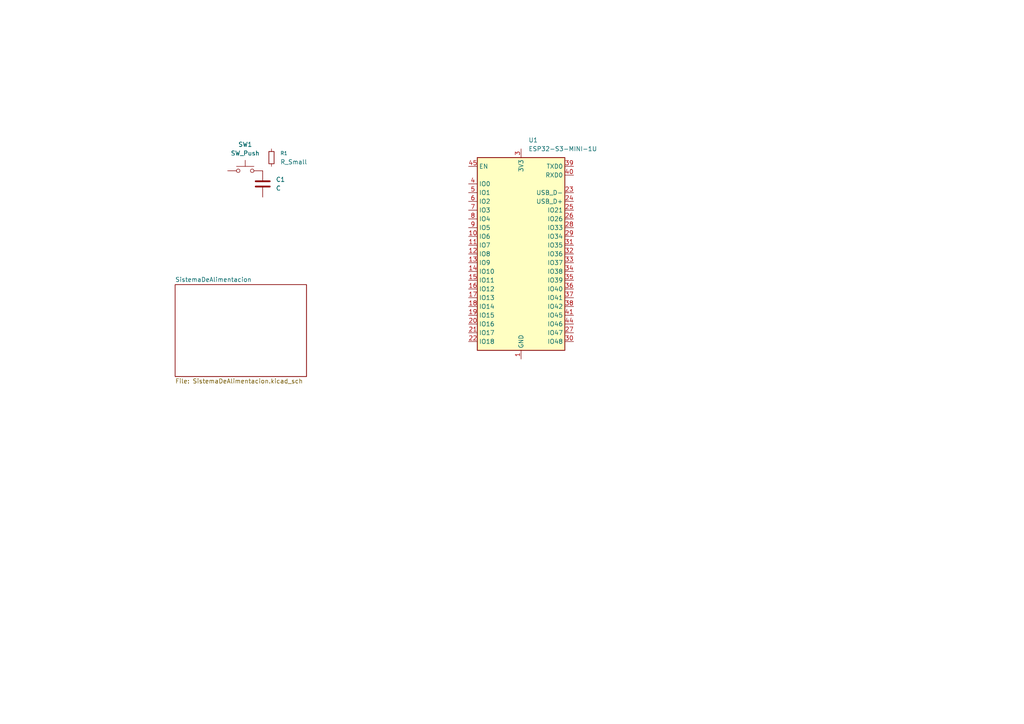
<source format=kicad_sch>
(kicad_sch (version 20250114) (generator "eeschema") (generator_version "9.0")
  (paper "A4")
  (lib_symbols
    (symbol "Device:C" (pin_numbers (hide yes)) (pin_names (offset 0.254))
      (property "Reference" "C" (at 0.635 2.54 0))
      (property "Value" "C" (at 0.635 -2.54 0))
      (symbol "C_0_1"
        (polyline (pts (xy -2.032 0.762) (xy 2.032 0.762)) (stroke (width 0.508)))
        (polyline (pts (xy -2.032 -0.762) (xy 2.032 -0.762)) (stroke (width 0.508)))
      )
      (symbol "C_1_1"
        (pin passive line (at 0 3.81 270) (length 2.794) (name "~") (number "1"))
        (pin passive line (at 0 -3.81 90) (length 2.794) (name "~") (number "2"))
      )
    )
    (symbol "Device:R_Small" (pin_numbers (hide yes)) (pin_names (offset 0.254) (hide yes))
      (property "Reference" "R" (at 0 0 90))
      (property "Value" "R_Small" (at 1.778 0 90))
      (symbol "R_Small_0_1"
        (rectangle (start -0.762 1.778) (end 0.762 -1.778) (stroke (width 0.2032)))
      )
      (symbol "R_Small_1_1"
        (pin passive line (at 0 2.54 270) (length 0.762) (name "~") (number "1"))
        (pin passive line (at 0 -2.54 90) (length 0.762) (name "~") (number "2"))
      )
    )
    (symbol "RF_Module:ESP32-S3-MINI-1U"
      (property "Reference" "U" (at -11.43 29.21 0))
      (property "Value" "ESP32-S3-MINI-1U" (at 12.7 29.21 0))
      (symbol "ESP32-S3-MINI-1U_0_1"
        (rectangle (start -12.7 27.94) (end 12.7 -27.94) (stroke (width 0.254)) (fill (type background)))
      )
      (symbol "ESP32-S3-MINI-1U_1_1"
        (pin input line (at -15.24 25.4 0) (length 2.54) (name "EN") (number "45"))
        (pin bidirectional line (at -15.24 20.32 0) (length 2.54) (name "IO0") (number "4"))
        (pin bidirectional line (at -15.24 17.78 0) (length 2.54) (name "IO1") (number "5"))
        (pin bidirectional line (at -15.24 15.24 0) (length 2.54) (name "IO2") (number "6"))
        (pin bidirectional line (at -15.24 12.7 0) (length 2.54) (name "IO3") (number "7"))
        (pin bidirectional line (at -15.24 10.16 0) (length 2.54) (name "IO4") (number "8"))
        (pin bidirectional line (at -15.24 7.62 0) (length 2.54) (name "IO5") (number "9"))
        (pin bidirectional line (at -15.24 5.08 0) (length 2.54) (name "IO6") (number "10"))
        (pin bidirectional line (at -15.24 2.54 0) (length 2.54) (name "IO7") (number "11"))
        (pin bidirectional line (at -15.24 0 0) (length 2.54) (name "IO8") (number "12"))
        (pin bidirectional line (at -15.24 -2.54 0) (length 2.54) (name "IO9") (number "13"))
        (pin bidirectional line (at -15.24 -5.08 0) (length 2.54) (name "IO10") (number "14"))
        (pin bidirectional line (at -15.24 -7.62 0) (length 2.54) (name "IO11") (number "15"))
        (pin bidirectional line (at -15.24 -10.16 0) (length 2.54) (name "IO12") (number "16"))
        (pin bidirectional line (at -15.24 -12.7 0) (length 2.54) (name "IO13") (number "17"))
        (pin bidirectional line (at -15.24 -15.24 0) (length 2.54) (name "IO14") (number "18"))
        (pin bidirectional line (at -15.24 -17.78 0) (length 2.54) (name "IO15") (number "19"))
        (pin bidirectional line (at -15.24 -20.32 0) (length 2.54) (name "IO16") (number "20"))
        (pin bidirectional line (at -15.24 -22.86 0) (length 2.54) (name "IO17") (number "21"))
        (pin bidirectional line (at -15.24 -25.4 0) (length 2.54) (name "IO18") (number "22"))
        (pin power_in line (at 0 30.48 270) (length 2.54) (name "3V3") (number "3"))
        (pin power_in line (at 0 -30.48 90) (length 2.54) (name "GND") (number "1"))
        (pin passive line (at 0 -30.48 90) (length 2.54) (hide yes) (name "GND") (number "2"))
        (pin passive line (at 0 -30.48 90) (length 2.54) (hide yes) (name "GND") (number "42"))
        (pin passive line (at 0 -30.48 90) (length 2.54) (hide yes) (name "GND") (number "43"))
        (pin passive line (at 0 -30.48 90) (length 2.54) (hide yes) (name "GND") (number "46"))
        (pin passive line (at 0 -30.48 90) (length 2.54) (hide yes) (name "GND") (number "47"))
        (pin passive line (at 0 -30.48 90) (length 2.54) (hide yes) (name "GND") (number "48"))
        (pin passive line (at 0 -30.48 90) (length 2.54) (hide yes) (name "GND") (number "49"))
        (pin passive line (at 0 -30.48 90) (length 2.54) (hide yes) (name "GND") (number "50"))
        (pin passive line (at 0 -30.48 90) (length 2.54) (hide yes) (name "GND") (number "51"))
        (pin passive line (at 0 -30.48 90) (length 2.54) (hide yes) (name "GND") (number "52"))
        (pin passive line (at 0 -30.48 90) (length 2.54) (hide yes) (name "GND") (number "53"))
        (pin passive line (at 0 -30.48 90) (length 2.54) (hide yes) (name "GND") (number "54"))
        (pin passive line (at 0 -30.48 90) (length 2.54) (hide yes) (name "GND") (number "55"))
        (pin passive line (at 0 -30.48 90) (length 2.54) (hide yes) (name "GND") (number "56"))
        (pin passive line (at 0 -30.48 90) (length 2.54) (hide yes) (name "GND") (number "57"))
        (pin passive line (at 0 -30.48 90) (length 2.54) (hide yes) (name "GND") (number "58"))
        (pin passive line (at 0 -30.48 90) (length 2.54) (hide yes) (name "GND") (number "59"))
        (pin passive line (at 0 -30.48 90) (length 2.54) (hide yes) (name "GND") (number "60"))
        (pin passive line (at 0 -30.48 90) (length 2.54) (hide yes) (name "GND") (number "61"))
        (pin passive line (at 0 -30.48 90) (length 2.54) (hide yes) (name "GND") (number "62"))
        (pin passive line (at 0 -30.48 90) (length 2.54) (hide yes) (name "GND") (number "63"))
        (pin passive line (at 0 -30.48 90) (length 2.54) (hide yes) (name "GND") (number "64"))
        (pin passive line (at 0 -30.48 90) (length 2.54) (hide yes) (name "GND") (number "65"))
        (pin bidirectional line (at 15.24 25.4 180) (length 2.54) (name "TXD0") (number "39"))
        (pin bidirectional line (at 15.24 22.86 180) (length 2.54) (name "RXD0") (number "40"))
        (pin bidirectional line (at 15.24 17.78 180) (length 2.54) (name "USB_D-") (number "23"))
        (pin bidirectional line (at 15.24 15.24 180) (length 2.54) (name "USB_D+") (number "24"))
        (pin bidirectional line (at 15.24 12.7 180) (length 2.54) (name "IO21") (number "25"))
        (pin bidirectional line (at 15.24 10.16 180) (length 2.54) (name "IO26") (number "26"))
        (pin bidirectional line (at 15.24 7.62 180) (length 2.54) (name "IO33") (number "28"))
        (pin bidirectional line (at 15.24 5.08 180) (length 2.54) (name "IO34") (number "29"))
        (pin bidirectional line (at 15.24 2.54 180) (length 2.54) (name "IO35") (number "31"))
        (pin bidirectional line (at 15.24 0 180) (length 2.54) (name "IO36") (number "32"))
        (pin bidirectional line (at 15.24 -2.54 180) (length 2.54) (name "IO37") (number "33"))
        (pin bidirectional line (at 15.24 -5.08 180) (length 2.54) (name "IO38") (number "34"))
        (pin bidirectional line (at 15.24 -7.62 180) (length 2.54) (name "IO39") (number "35"))
        (pin bidirectional line (at 15.24 -10.16 180) (length 2.54) (name "IO40") (number "36"))
        (pin bidirectional line (at 15.24 -12.7 180) (length 2.54) (name "IO41") (number "37"))
        (pin bidirectional line (at 15.24 -15.24 180) (length 2.54) (name "IO42") (number "38"))
        (pin bidirectional line (at 15.24 -17.78 180) (length 2.54) (name "IO45") (number "41"))
        (pin bidirectional line (at 15.24 -20.32 180) (length 2.54) (name "IO46") (number "44"))
        (pin bidirectional line (at 15.24 -22.86 180) (length 2.54) (name "IO47") (number "27"))
        (pin bidirectional line (at 15.24 -25.4 180) (length 2.54) (name "IO48") (number "30"))
      )
    )
    (symbol "Switch:SW_Push" (pin_numbers (hide yes)) (pin_names (offset 1.016) (hide yes))
      (property "Reference" "SW" (at 1.27 2.54 0))
      (property "Value" "SW_Push" (at 0 -1.524 0))
      (symbol "SW_Push_0_1"
        (circle (center -2.032 0) (radius 0.508))
        (polyline (pts (xy 0 1.27) (xy 0 3.048)))
        (circle (center 2.032 0) (radius 0.508))
        (polyline (pts (xy 2.54 1.27) (xy -2.54 1.27)))
        (pin passive line (at -5.08 0 0) (length 2.54) (name "1") (number "1"))
        (pin passive line (at 5.08 0 180) (length 2.54) (name "2") (number "2"))
      )
    )
  )
  (symbol (lib_id "Device:R_Small") (at 78.74 45.72 0) (unit 1)
    (property "Reference" "R1" (at 81.28 44.4499 0) (effects (font (size 1.016 1.016)) (justify left)))
    (property "Value" "R_Small" (at 81.28 46.9899 0) (effects (justify left)))
    (property "Description" "Resistor, small symbol" (effects (hide yes)))
  )
  (symbol (lib_id "RF_Module:ESP32-S3-MINI-1U") (at 151.13 73.66 0) (unit 1)
    (property "Reference" "U1" (at 153.2733 40.64 0) (effects (justify left)))
    (property "Value" "ESP32-S3-MINI-1U" (at 153.2733 43.18 0) (effects (justify left)))
    (property "Footprint" "RF_Module:ESP32-S2-MINI-1U" (effects (hide yes)))
    (property "Datasheet" "https://www.espressif.com/sites/default/files/documentation/esp32-s3-mini-1_mini-1u_datasheet_en.pdf" (effects (hide yes)))
    (property "Description" "RF Module, ESP32-S3 SoC, Wi-Fi 802.11b/g/n, Bluetooth, BLE, 32-bit, 3.3V, SMD, external antenna" (effects (hide yes)))
  )
  (symbol (lib_id "Device:C") (at 76.2 53.34 0) (unit 1)
    (property "Reference" "C1" (at 80.01 52.0699 0) (effects (justify left)))
    (property "Value" "C" (at 80.01 54.6099 0) (effects (justify left)))
    (property "Description" "Unpolarized capacitor" (effects (hide yes)))
  )
  (symbol (lib_id "Switch:SW_Push") (at 71.12 49.53 0) (unit 1)
    (property "Reference" "SW1" (at 71.12 41.91 0))
    (property "Value" "SW_Push" (at 71.12 44.45 0))
    (property "Description" "Push button switch, generic, two pins" (effects (hide yes)))
  )
  (sheet (at 50.8 82.55) (size 38.1 26.67) (stroke (width 0.1524))
    (property "Sheetname" "SistemaDeAlimentacion" (at 50.8 81.8384 0) (effects (justify left bottom)))
    (property "Sheetfile" "SistemaDeAlimentacion.kicad_sch" (at 50.8 109.8046 0) (effects (justify left top)))
  )
)
</source>
